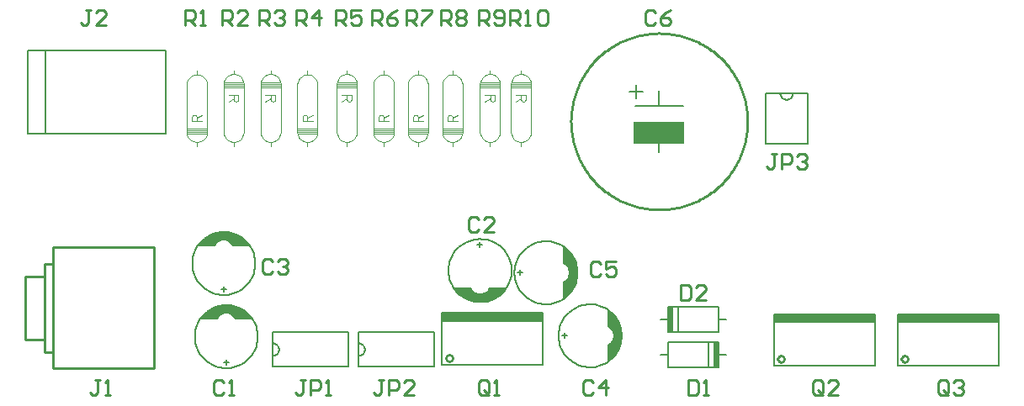
<source format=gto>
G04*
G04 #@! TF.GenerationSoftware,Altium Limited,Altium Designer,21.2.1 (34)*
G04*
G04 Layer_Color=65535*
%FSLAX44Y44*%
%MOMM*%
G71*
G04*
G04 #@! TF.SameCoordinates,7D1833F5-BA34-4ABF-A559-0A2A528DAE64*
G04*
G04*
G04 #@! TF.FilePolarity,Positive*
G04*
G01*
G75*
%ADD10C,0.2000*%
%ADD11C,0.1778*%
%ADD12C,0.1200*%
%ADD13C,0.2540*%
%ADD14C,0.1000*%
%ADD15C,0.2032*%
%ADD16R,5.0800X2.2860*%
%ADD17R,10.1346X0.9144*%
%ADD18R,0.5080X2.5400*%
G36*
X561340Y922020D02*
X578866D01*
X580136Y923798D01*
X581660Y925576D01*
X582930Y926592D01*
X584200Y927100D01*
X586740Y927608D01*
X589534D01*
X591566Y927100D01*
X592836Y926338D01*
X594106Y925322D01*
X595122Y924306D01*
X595884Y923290D01*
X596646Y922020D01*
X615188D01*
X613156Y924306D01*
X609854Y928116D01*
X605536Y931418D01*
X597154Y935228D01*
X591820Y936244D01*
X588010Y936392D01*
X580390Y935228D01*
X570992Y931672D01*
X564388Y926084D01*
X561340Y922020D01*
D02*
G37*
G36*
X558800Y995680D02*
X576326D01*
X577596Y997458D01*
X579120Y999236D01*
X580390Y1000252D01*
X581660Y1000760D01*
X584200Y1001268D01*
X586994D01*
X589026Y1000760D01*
X590296Y999998D01*
X591566Y998982D01*
X592582Y997966D01*
X593344Y996950D01*
X594106Y995680D01*
X612648D01*
X610616Y997966D01*
X607314Y1001776D01*
X602996Y1005078D01*
X594614Y1008888D01*
X589280Y1009904D01*
X585470Y1010052D01*
X577850Y1008888D01*
X568452Y1005332D01*
X561848Y999744D01*
X558800Y995680D01*
D02*
G37*
G36*
X869950Y953770D02*
X852424D01*
X851154Y951992D01*
X849630Y950214D01*
X848360Y949198D01*
X847090Y948690D01*
X844550Y948182D01*
X841756D01*
X839724Y948690D01*
X838454Y949452D01*
X837184Y950468D01*
X836168Y951484D01*
X835406Y952500D01*
X834644Y953770D01*
X816102D01*
X818134Y951484D01*
X821436Y947674D01*
X825754Y944372D01*
X834136Y940562D01*
X839470Y939546D01*
X843280Y939398D01*
X850900Y940562D01*
X860298Y944118D01*
X866902Y949706D01*
X869950Y953770D01*
D02*
G37*
G36*
X927100Y995680D02*
Y978154D01*
X928878Y976884D01*
X930656Y975360D01*
X931672Y974090D01*
X932180Y972820D01*
X932688Y970280D01*
Y967486D01*
X932180Y965454D01*
X931418Y964184D01*
X930402Y962914D01*
X929386Y961898D01*
X928370Y961136D01*
X927100Y960374D01*
Y941832D01*
X929386Y943864D01*
X933196Y947166D01*
X936498Y951484D01*
X940308Y959866D01*
X941324Y965200D01*
X941472Y969010D01*
X940308Y976630D01*
X936752Y986028D01*
X931164Y992632D01*
X927100Y995680D01*
D02*
G37*
G36*
X971550Y932180D02*
Y914654D01*
X973328Y913384D01*
X975106Y911860D01*
X976122Y910590D01*
X976630Y909320D01*
X977138Y906780D01*
Y903986D01*
X976630Y901954D01*
X975868Y900684D01*
X974852Y899414D01*
X973836Y898398D01*
X972820Y897636D01*
X971550Y896874D01*
Y878332D01*
X973836Y880364D01*
X977646Y883666D01*
X980948Y887984D01*
X984758Y896366D01*
X985774Y901700D01*
X985922Y905510D01*
X984758Y913130D01*
X981202Y922528D01*
X975614Y929132D01*
X971550Y932180D01*
D02*
G37*
D10*
X1145540Y1149350D02*
X1146023Y1146920D01*
X1147400Y1144860D01*
X1149460Y1143483D01*
X1151890Y1143000D01*
X1154320Y1143483D01*
X1156380Y1144860D01*
X1157757Y1146920D01*
X1158240Y1149350D01*
X635000Y885190D02*
X637430Y885673D01*
X639490Y887050D01*
X640867Y889110D01*
X641350Y891540D01*
X640867Y893970D01*
X639490Y896030D01*
X637430Y897407D01*
X635000Y897890D01*
X721360Y885190D02*
X723790Y885673D01*
X725850Y887050D01*
X727227Y889110D01*
X727710Y891540D01*
X727227Y893970D01*
X725850Y896030D01*
X723790Y897407D01*
X721360Y897890D01*
X1172740Y1098550D02*
Y1149350D01*
X1131040Y1098550D02*
X1172740D01*
X1131040D02*
Y1149350D01*
X1158240D01*
X1145540D02*
X1172740D01*
X999236Y1136650D02*
X1047750D01*
X1023620Y1090690D02*
Y1103630D01*
Y1136920D02*
Y1151890D01*
X635000Y908890D02*
X711200D01*
Y874190D02*
Y908890D01*
X635000Y874190D02*
X711200D01*
X635000D02*
Y897890D01*
Y885190D02*
Y908890D01*
X721360D02*
X797560D01*
Y874190D02*
Y908890D01*
X721360Y874190D02*
X797560D01*
X721360D02*
Y897890D01*
Y885190D02*
Y908890D01*
D11*
X619760Y904642D02*
X619660Y907165D01*
X619359Y909671D01*
X618861Y912146D01*
X618167Y914573D01*
X617282Y916938D01*
X616213Y919225D01*
X614965Y921419D01*
X613547Y923508D01*
X611967Y925477D01*
X610236Y927315D01*
X608365Y929009D01*
X606364Y930549D01*
X604248Y931926D01*
X602029Y933129D01*
X599721Y934153D01*
X597340Y934990D01*
X594899Y935636D01*
X592415Y936085D01*
X589903Y936336D01*
X587379Y936386D01*
X584859Y936235D01*
X582359Y935885D01*
X579894Y935337D01*
X577481Y934595D01*
X575135Y933664D01*
X572869Y932550D01*
X570700Y931258D01*
X568640Y929799D01*
X566703Y928180D01*
X564900Y926413D01*
X563243Y924508D01*
X561743Y922478D01*
X560409Y920334D01*
X559250Y918092D01*
X558272Y915764D01*
X557482Y913367D01*
X556886Y910914D01*
X556486Y908421D01*
X556285Y905904D01*
Y903380D01*
X556486Y900863D01*
X556886Y898371D01*
X557482Y895918D01*
X558272Y893520D01*
X559250Y891192D01*
X560409Y888950D01*
X561743Y886806D01*
X563243Y884776D01*
X564900Y882871D01*
X566703Y881104D01*
X568640Y879485D01*
X570700Y878026D01*
X572869Y876735D01*
X575135Y875620D01*
X577481Y874689D01*
X579894Y873947D01*
X582359Y873399D01*
X584859Y873049D01*
X587379Y872898D01*
X589903Y872949D01*
X592415Y873199D01*
X594899Y873649D01*
X597340Y874294D01*
X599721Y875131D01*
X602029Y876155D01*
X604248Y877359D01*
X606365Y878735D01*
X608365Y880275D01*
X610236Y881969D01*
X611968Y883807D01*
X613547Y885776D01*
X614965Y887865D01*
X616213Y890060D01*
X617282Y892346D01*
X618167Y894711D01*
X618861Y897138D01*
X619359Y899613D01*
X619660Y902120D01*
X619760Y904642D01*
X941472Y969010D02*
X941372Y971533D01*
X941071Y974039D01*
X940573Y976514D01*
X939879Y978941D01*
X938995Y981306D01*
X937925Y983593D01*
X936677Y985787D01*
X935259Y987876D01*
X933680Y989845D01*
X931948Y991683D01*
X930077Y993377D01*
X928076Y994917D01*
X925960Y996293D01*
X923741Y997497D01*
X921433Y998521D01*
X919052Y999358D01*
X916611Y1000004D01*
X914127Y1000453D01*
X911615Y1000704D01*
X909091Y1000754D01*
X906571Y1000603D01*
X904071Y1000253D01*
X901606Y999705D01*
X899193Y998963D01*
X896847Y998032D01*
X894582Y996917D01*
X892412Y995626D01*
X890352Y994167D01*
X888415Y992549D01*
X886612Y990781D01*
X884955Y988876D01*
X883455Y986846D01*
X882121Y984702D01*
X880962Y982460D01*
X879984Y980132D01*
X879194Y977735D01*
X878598Y975282D01*
X878198Y972789D01*
X877997Y970272D01*
Y967748D01*
X878198Y965231D01*
X878598Y962738D01*
X879194Y960285D01*
X879984Y957888D01*
X880962Y955560D01*
X882121Y953318D01*
X883455Y951174D01*
X884955Y949144D01*
X886612Y947239D01*
X888415Y945472D01*
X890352Y943853D01*
X892412Y942394D01*
X894582Y941103D01*
X896847Y939988D01*
X899193Y939057D01*
X901606Y938315D01*
X904071Y937767D01*
X906571Y937417D01*
X909091Y937266D01*
X911615Y937317D01*
X914127Y937567D01*
X916611Y938016D01*
X919052Y938662D01*
X921433Y939499D01*
X923741Y940523D01*
X925960Y941727D01*
X928077Y943103D01*
X930077Y944643D01*
X931948Y946337D01*
X933680Y948175D01*
X935259Y950144D01*
X936677Y952233D01*
X937925Y954427D01*
X938995Y956714D01*
X939879Y959079D01*
X940573Y961506D01*
X941071Y963981D01*
X941372Y966488D01*
X941472Y969010D01*
X875030Y971148D02*
X874930Y973671D01*
X874629Y976177D01*
X874130Y978652D01*
X873437Y981079D01*
X872552Y983444D01*
X871483Y985731D01*
X870235Y987925D01*
X868817Y990014D01*
X867237Y991983D01*
X865506Y993821D01*
X863635Y995515D01*
X861634Y997055D01*
X859518Y998431D01*
X857299Y999635D01*
X854991Y1000659D01*
X852610Y1001496D01*
X850169Y1002141D01*
X847685Y1002591D01*
X845173Y1002841D01*
X842649Y1002892D01*
X840129Y1002741D01*
X837629Y1002391D01*
X835164Y1001843D01*
X832751Y1001101D01*
X830405Y1000170D01*
X828139Y999055D01*
X825970Y997764D01*
X823910Y996305D01*
X821973Y994686D01*
X820170Y992919D01*
X818513Y991014D01*
X817013Y988984D01*
X815679Y986840D01*
X814520Y984598D01*
X813542Y982270D01*
X812752Y979872D01*
X812156Y977419D01*
X811756Y974927D01*
X811555Y972410D01*
Y969886D01*
X811756Y967369D01*
X812156Y964876D01*
X812752Y962423D01*
X813542Y960026D01*
X814520Y957698D01*
X815679Y955455D01*
X817013Y953312D01*
X818513Y951282D01*
X820170Y949377D01*
X821973Y947609D01*
X823910Y945991D01*
X825970Y944532D01*
X828139Y943241D01*
X830405Y942126D01*
X832751Y941195D01*
X835164Y940453D01*
X837629Y939905D01*
X840129Y939555D01*
X842649Y939404D01*
X845173Y939454D01*
X847685Y939705D01*
X850169Y940154D01*
X852610Y940800D01*
X854992Y941637D01*
X857299Y942661D01*
X859518Y943865D01*
X861635Y945241D01*
X863635Y946781D01*
X865506Y948475D01*
X867237Y950313D01*
X868817Y952282D01*
X870235Y954371D01*
X871483Y956565D01*
X872552Y958852D01*
X873437Y961217D01*
X874130Y963644D01*
X874629Y966119D01*
X874930Y968625D01*
X875030Y971148D01*
X985922Y905510D02*
X985822Y908033D01*
X985521Y910539D01*
X985023Y913014D01*
X984329Y915441D01*
X983445Y917806D01*
X982375Y920093D01*
X981127Y922287D01*
X979709Y924376D01*
X978130Y926345D01*
X976398Y928183D01*
X974527Y929877D01*
X972526Y931417D01*
X970410Y932794D01*
X968191Y933997D01*
X965883Y935021D01*
X963502Y935858D01*
X961061Y936504D01*
X958577Y936953D01*
X956065Y937204D01*
X953541Y937254D01*
X951021Y937103D01*
X948521Y936753D01*
X946056Y936205D01*
X943643Y935463D01*
X941297Y934532D01*
X939032Y933418D01*
X936862Y932126D01*
X934802Y930667D01*
X932865Y929048D01*
X931062Y927281D01*
X929405Y925376D01*
X927905Y923346D01*
X926571Y921202D01*
X925412Y918960D01*
X924434Y916632D01*
X923644Y914234D01*
X923048Y911781D01*
X922648Y909289D01*
X922447Y906772D01*
Y904248D01*
X922648Y901731D01*
X923048Y899239D01*
X923644Y896786D01*
X924434Y894388D01*
X925412Y892060D01*
X926571Y889818D01*
X927905Y887674D01*
X929405Y885644D01*
X931062Y883739D01*
X932865Y881972D01*
X934802Y880353D01*
X936862Y878894D01*
X939032Y877602D01*
X941297Y876488D01*
X943643Y875557D01*
X946056Y874815D01*
X948521Y874267D01*
X951021Y873917D01*
X953541Y873766D01*
X956065Y873817D01*
X958577Y874067D01*
X961061Y874516D01*
X963502Y875162D01*
X965883Y875999D01*
X968191Y877023D01*
X970410Y878227D01*
X972527Y879603D01*
X974527Y881143D01*
X976398Y882837D01*
X978130Y884675D01*
X979709Y886644D01*
X981127Y888733D01*
X982375Y890927D01*
X983445Y893214D01*
X984329Y895579D01*
X985023Y898006D01*
X985521Y900481D01*
X985822Y902988D01*
X985922Y905510D01*
X617220Y978302D02*
X617120Y980825D01*
X616819Y983331D01*
X616320Y985806D01*
X615627Y988233D01*
X614742Y990598D01*
X613673Y992885D01*
X612425Y995079D01*
X611007Y997168D01*
X609427Y999137D01*
X607696Y1000975D01*
X605825Y1002669D01*
X603824Y1004209D01*
X601708Y1005585D01*
X599489Y1006789D01*
X597181Y1007813D01*
X594800Y1008650D01*
X592359Y1009296D01*
X589875Y1009745D01*
X587363Y1009996D01*
X584839Y1010046D01*
X582319Y1009895D01*
X579819Y1009545D01*
X577354Y1008997D01*
X574941Y1008255D01*
X572595Y1007324D01*
X570330Y1006209D01*
X568160Y1004918D01*
X566100Y1003459D01*
X564163Y1001841D01*
X562360Y1000073D01*
X560703Y998168D01*
X559203Y996138D01*
X557869Y993995D01*
X556710Y991752D01*
X555732Y989425D01*
X554942Y987027D01*
X554346Y984574D01*
X553946Y982081D01*
X553745Y979564D01*
Y977040D01*
X553946Y974523D01*
X554346Y972031D01*
X554942Y969578D01*
X555732Y967180D01*
X556710Y964852D01*
X557869Y962610D01*
X559203Y960466D01*
X560703Y958436D01*
X562360Y956531D01*
X564163Y954764D01*
X566100Y953145D01*
X568160Y951686D01*
X570329Y950395D01*
X572595Y949280D01*
X574941Y948349D01*
X577354Y947607D01*
X579819Y947059D01*
X582319Y946709D01*
X584839Y946558D01*
X587363Y946609D01*
X589875Y946859D01*
X592359Y947309D01*
X594800Y947954D01*
X597182Y948791D01*
X599489Y949815D01*
X601708Y951019D01*
X603825Y952395D01*
X605825Y953935D01*
X607696Y955629D01*
X609427Y957467D01*
X611007Y959436D01*
X612425Y961525D01*
X613673Y963719D01*
X614743Y966006D01*
X615627Y968371D01*
X616320Y970798D01*
X616819Y973273D01*
X617120Y975780D01*
X617220Y978302D01*
X586740Y878840D02*
X589280D01*
X588010Y876300D02*
Y881380D01*
X589280Y878840D02*
X590550D01*
X585470D02*
X586740D01*
X883920Y967740D02*
Y970280D01*
X881380Y969010D02*
X886460D01*
X883920Y966470D02*
Y967740D01*
Y970280D02*
Y971550D01*
X906272Y922528D02*
X906526Y918972D01*
X805434Y876046D02*
X811276D01*
X805180Y876300D02*
X805434Y876046D01*
X805180Y876300D02*
Y928370D01*
X906526D01*
Y876300D02*
Y928370D01*
Y876300D02*
X906780Y876046D01*
X811276D02*
X906780D01*
X842010Y996950D02*
X844550D01*
X843280Y994410D02*
Y999490D01*
X840740Y996950D02*
X842010D01*
X844550D02*
X845820D01*
X928370Y904240D02*
Y906780D01*
X925830Y905510D02*
X930910D01*
X928370Y902970D02*
Y904240D01*
Y906780D02*
Y908050D01*
X1083310Y873760D02*
Y886460D01*
X1032510Y873760D02*
X1083310D01*
X1032510D02*
Y899160D01*
X1083310D01*
Y886460D02*
Y899160D01*
X1024890Y886460D02*
X1032510D01*
X1083310D02*
X1090930D01*
X1072896Y874522D02*
Y899160D01*
X1083310Y881126D02*
Y886460D01*
Y890524D01*
X1240282Y921549D02*
X1240536Y917993D01*
X1139444Y875067D02*
X1145286D01*
X1139190Y875321D02*
X1139444Y875067D01*
X1139190Y875321D02*
Y927391D01*
X1240536D01*
Y875321D02*
Y927391D01*
Y875321D02*
X1240790Y875067D01*
X1145286D02*
X1240790D01*
X1032510Y922020D02*
Y934720D01*
X1083310D01*
Y909320D02*
Y934720D01*
X1032510Y909320D02*
X1083310D01*
X1032510D02*
Y922020D01*
X1083310D02*
X1090930D01*
X1024890D02*
X1032510D01*
X1042924Y909320D02*
Y933958D01*
X1032510Y922020D02*
Y927354D01*
Y917956D02*
Y922020D01*
X1364742Y921549D02*
X1364996Y917993D01*
X1263904Y875067D02*
X1269746D01*
X1263650Y875321D02*
X1263904Y875067D01*
X1263650Y875321D02*
Y927391D01*
X1364996D01*
Y875321D02*
Y927391D01*
Y875321D02*
X1365250Y875067D01*
X1269746D02*
X1365250D01*
X584200Y952500D02*
X586740D01*
X585470Y949960D02*
Y955040D01*
X586740Y952500D02*
X588010D01*
X582930D02*
X584200D01*
X388341Y1108935D02*
Y1192755D01*
X526771Y1108935D02*
Y1192755D01*
X388341D02*
X526771D01*
X388341Y1108935D02*
X526771D01*
X406121D02*
Y1192755D01*
D12*
X568553Y1158670D02*
X568258Y1161101D01*
X567389Y1163392D01*
X565998Y1165407D01*
X564164Y1167031D01*
X561996Y1168170D01*
X559617Y1168756D01*
X557168D01*
X554790Y1168170D01*
X552621Y1167031D01*
X550788Y1165407D01*
X549397Y1163392D01*
X548528Y1161101D01*
X548233Y1158670D01*
Y1110664D02*
X548528Y1108233D01*
X549397Y1105942D01*
X550788Y1103927D01*
X552621Y1102302D01*
X554790Y1101164D01*
X557168Y1100578D01*
X559617D01*
X561996Y1101164D01*
X564164Y1102302D01*
X565998Y1103927D01*
X567389Y1105942D01*
X568258Y1108233D01*
X568553Y1110664D01*
X756515Y1158670D02*
X756220Y1161101D01*
X755351Y1163392D01*
X753960Y1165407D01*
X752126Y1167031D01*
X749958Y1168170D01*
X747579Y1168756D01*
X745130D01*
X742752Y1168170D01*
X740583Y1167031D01*
X738750Y1165407D01*
X737359Y1163392D01*
X736490Y1161101D01*
X736195Y1158670D01*
Y1110664D02*
X736490Y1108233D01*
X737359Y1105942D01*
X738750Y1103927D01*
X740583Y1102302D01*
X742752Y1101164D01*
X745130Y1100578D01*
X747579D01*
X749958Y1101164D01*
X752126Y1102302D01*
X753960Y1103927D01*
X755351Y1105942D01*
X756220Y1108233D01*
X756515Y1110664D01*
X622401Y1110918D02*
X622696Y1108487D01*
X623565Y1106196D01*
X624956Y1104181D01*
X626789Y1102557D01*
X628958Y1101418D01*
X631336Y1100832D01*
X633785D01*
X636164Y1101418D01*
X638332Y1102557D01*
X640166Y1104181D01*
X641557Y1106196D01*
X642426Y1108487D01*
X642721Y1110918D01*
Y1158924D02*
X642426Y1161355D01*
X641557Y1163646D01*
X640166Y1165661D01*
X638332Y1167286D01*
X636164Y1168424D01*
X633785Y1169010D01*
X631336D01*
X628958Y1168424D01*
X626789Y1167286D01*
X624956Y1165661D01*
X623565Y1163646D01*
X622696Y1161355D01*
X622401Y1158924D01*
X679805Y1158670D02*
X679510Y1161101D01*
X678641Y1163392D01*
X677250Y1165407D01*
X675416Y1167031D01*
X673248Y1168170D01*
X670869Y1168756D01*
X668420D01*
X666042Y1168170D01*
X663873Y1167031D01*
X662040Y1165407D01*
X660649Y1163392D01*
X659780Y1161101D01*
X659485Y1158670D01*
Y1110664D02*
X659780Y1108233D01*
X660649Y1105942D01*
X662040Y1103927D01*
X663873Y1102302D01*
X666042Y1101164D01*
X668420Y1100578D01*
X670869D01*
X673248Y1101164D01*
X675416Y1102302D01*
X677250Y1103927D01*
X678641Y1105942D01*
X679510Y1108233D01*
X679805Y1110664D01*
X699109Y1110918D02*
X699404Y1108487D01*
X700273Y1106196D01*
X701664Y1104181D01*
X703497Y1102557D01*
X705666Y1101418D01*
X708044Y1100832D01*
X710493D01*
X712872Y1101418D01*
X715040Y1102557D01*
X716874Y1104181D01*
X718265Y1106196D01*
X719134Y1108487D01*
X719429Y1110918D01*
Y1158924D02*
X719134Y1161355D01*
X718265Y1163646D01*
X716874Y1165661D01*
X715040Y1167286D01*
X712872Y1168424D01*
X710493Y1169010D01*
X708044D01*
X705666Y1168424D01*
X703497Y1167286D01*
X701664Y1165661D01*
X700273Y1163646D01*
X699404Y1161355D01*
X699109Y1158924D01*
X585319Y1110918D02*
X585614Y1108487D01*
X586483Y1106196D01*
X587874Y1104181D01*
X589707Y1102557D01*
X591876Y1101418D01*
X594254Y1100832D01*
X596703D01*
X599082Y1101418D01*
X601250Y1102557D01*
X603084Y1104181D01*
X604475Y1106196D01*
X605344Y1108487D01*
X605639Y1110918D01*
Y1158924D02*
X605344Y1161355D01*
X604475Y1163646D01*
X603084Y1165661D01*
X601250Y1167286D01*
X599082Y1168424D01*
X596703Y1169010D01*
X594254D01*
X591876Y1168424D01*
X589707Y1167286D01*
X587874Y1165661D01*
X586483Y1163646D01*
X585614Y1161355D01*
X585319Y1158924D01*
X825603Y1158670D02*
X825308Y1161101D01*
X824439Y1163392D01*
X823048Y1165407D01*
X821214Y1167031D01*
X819046Y1168170D01*
X816667Y1168756D01*
X814218D01*
X811840Y1168170D01*
X809671Y1167031D01*
X807838Y1165407D01*
X806447Y1163392D01*
X805578Y1161101D01*
X805283Y1158670D01*
Y1110664D02*
X805578Y1108233D01*
X806447Y1105942D01*
X807838Y1103927D01*
X809671Y1102302D01*
X811840Y1101164D01*
X814218Y1100578D01*
X816667D01*
X819046Y1101164D01*
X821214Y1102302D01*
X823048Y1103927D01*
X824439Y1105942D01*
X825308Y1108233D01*
X825603Y1110664D01*
X863600Y1158924D02*
X863305Y1161355D01*
X862436Y1163646D01*
X861045Y1165661D01*
X859212Y1167286D01*
X857043Y1168424D01*
X854665Y1169010D01*
X852215D01*
X849837Y1168424D01*
X847669Y1167286D01*
X845835Y1165661D01*
X844444Y1163646D01*
X843575Y1161355D01*
X843280Y1158924D01*
Y1110918D02*
X843575Y1108487D01*
X844444Y1106196D01*
X845835Y1104181D01*
X847669Y1102557D01*
X849837Y1101418D01*
X852215Y1100832D01*
X854665D01*
X857043Y1101418D01*
X859212Y1102557D01*
X861045Y1104181D01*
X862436Y1106196D01*
X863305Y1108487D01*
X863600Y1110918D01*
X874369D02*
X874664Y1108487D01*
X875533Y1106196D01*
X876924Y1104181D01*
X878757Y1102557D01*
X880926Y1101418D01*
X883304Y1100832D01*
X885753D01*
X888132Y1101418D01*
X890300Y1102557D01*
X892134Y1104181D01*
X893525Y1106196D01*
X894394Y1108487D01*
X894689Y1110918D01*
Y1158924D02*
X894394Y1161355D01*
X893525Y1163646D01*
X892134Y1165661D01*
X890300Y1167286D01*
X888132Y1168424D01*
X885753Y1169010D01*
X883304D01*
X880926Y1168424D01*
X878757Y1167286D01*
X876924Y1165661D01*
X875533Y1163646D01*
X874664Y1161355D01*
X874369Y1158924D01*
X791059Y1158670D02*
X790764Y1161101D01*
X789895Y1163392D01*
X788504Y1165407D01*
X786670Y1167031D01*
X784502Y1168170D01*
X782123Y1168756D01*
X779674D01*
X777296Y1168170D01*
X775127Y1167031D01*
X773294Y1165407D01*
X771903Y1163392D01*
X771034Y1161101D01*
X770739Y1158670D01*
Y1110664D02*
X771034Y1108233D01*
X771903Y1105942D01*
X773294Y1103927D01*
X775127Y1102302D01*
X777296Y1101164D01*
X779674Y1100578D01*
X782123D01*
X784502Y1101164D01*
X786670Y1102302D01*
X788504Y1103927D01*
X789895Y1105942D01*
X790764Y1108233D01*
X791059Y1110664D01*
X558393Y1168830D02*
Y1172767D01*
X548360Y1110664D02*
X568426D01*
X558393Y1096567D02*
Y1100504D01*
X548233Y1112442D02*
X568553D01*
X548614Y1108886D02*
X568172D01*
X548487Y1114220D02*
X568426D01*
Y1110664D02*
X568553Y1110791D01*
X548233D02*
X548360Y1110664D01*
X568553D02*
Y1158670D01*
X548233Y1109902D02*
Y1158670D01*
X746355Y1168830D02*
Y1172767D01*
X736322Y1110664D02*
X756388D01*
X746355Y1096567D02*
Y1100504D01*
X736195Y1112442D02*
X756515D01*
X736576Y1108886D02*
X756134D01*
X736449Y1114220D02*
X756388D01*
Y1110664D02*
X756515Y1110791D01*
X736195D02*
X736322Y1110664D01*
X756515D02*
Y1158670D01*
X736195Y1109902D02*
Y1158670D01*
X632561Y1096821D02*
Y1100758D01*
X622528Y1158924D02*
X642594D01*
X632561Y1169084D02*
Y1173021D01*
X622401Y1157146D02*
X642721D01*
X622782Y1160702D02*
X642340D01*
X622528Y1155368D02*
X642467D01*
X622401Y1158797D02*
X622528Y1158924D01*
X642594D02*
X642721Y1158797D01*
X622401Y1110918D02*
Y1158924D01*
X642721Y1110918D02*
Y1159686D01*
X669645Y1168830D02*
Y1172767D01*
X659612Y1110664D02*
X679678D01*
X669645Y1096567D02*
Y1100504D01*
X659485Y1112442D02*
X679805D01*
X659866Y1108886D02*
X679424D01*
X659739Y1114220D02*
X679678D01*
Y1110664D02*
X679805Y1110791D01*
X659485D02*
X659612Y1110664D01*
X679805D02*
Y1158670D01*
X659485Y1109902D02*
Y1158670D01*
X709269Y1096821D02*
Y1100758D01*
X699236Y1158924D02*
X719302D01*
X709269Y1169084D02*
Y1173021D01*
X699109Y1157146D02*
X719429D01*
X699490Y1160702D02*
X719048D01*
X699236Y1155368D02*
X719175D01*
X699109Y1158797D02*
X699236Y1158924D01*
X719302D02*
X719429Y1158797D01*
X699109Y1110918D02*
Y1158924D01*
X719429Y1110918D02*
Y1159686D01*
X595479Y1096821D02*
Y1100758D01*
X585446Y1158924D02*
X605512D01*
X595479Y1169084D02*
Y1173021D01*
X585319Y1157146D02*
X605639D01*
X585700Y1160702D02*
X605258D01*
X585446Y1155368D02*
X605385D01*
X585319Y1158797D02*
X585446Y1158924D01*
X605512D02*
X605639Y1158797D01*
X585319Y1110918D02*
Y1158924D01*
X605639Y1110918D02*
Y1159686D01*
X815443Y1168830D02*
Y1172767D01*
X805410Y1110664D02*
X825476D01*
X815443Y1096567D02*
Y1100504D01*
X805283Y1112442D02*
X825603D01*
X805664Y1108886D02*
X825222D01*
X805537Y1114220D02*
X825476D01*
Y1110664D02*
X825603Y1110791D01*
X805283D02*
X805410Y1110664D01*
X825603D02*
Y1158670D01*
X805283Y1109902D02*
Y1158670D01*
X863600Y1110918D02*
Y1159686D01*
X843280Y1110918D02*
Y1158924D01*
X863473D02*
X863600Y1158797D01*
X843280D02*
X843407Y1158924D01*
Y1155368D02*
X863346D01*
X843661Y1160702D02*
X863219D01*
X843280Y1157146D02*
X863600D01*
X853440Y1169084D02*
Y1173021D01*
X843407Y1158924D02*
X863473D01*
X853440Y1096821D02*
Y1100758D01*
X884529Y1096821D02*
Y1100758D01*
X874496Y1158924D02*
X894562D01*
X884529Y1169084D02*
Y1173021D01*
X874369Y1157146D02*
X894689D01*
X874750Y1160702D02*
X894308D01*
X874496Y1155368D02*
X894435D01*
X874369Y1158797D02*
X874496Y1158924D01*
X894562D02*
X894689Y1158797D01*
X874369Y1110918D02*
Y1158924D01*
X894689Y1110918D02*
Y1159686D01*
X780899Y1168830D02*
Y1172767D01*
X770866Y1110664D02*
X790932D01*
X780899Y1096567D02*
Y1100504D01*
X770739Y1112442D02*
X791059D01*
X771120Y1108886D02*
X790678D01*
X770993Y1114220D02*
X790932D01*
Y1110664D02*
X791059Y1110791D01*
X770739D02*
X770866Y1110664D01*
X791059D02*
Y1158670D01*
X770739Y1109902D02*
Y1158670D01*
D13*
X1112520Y1121410D02*
X1112484Y1123949D01*
X1112375Y1126485D01*
X1112194Y1129018D01*
X1111941Y1131544D01*
X1111615Y1134062D01*
X1111218Y1136569D01*
X1110749Y1139065D01*
X1110210Y1141546D01*
X1109599Y1144010D01*
X1108919Y1146456D01*
X1108169Y1148882D01*
X1107350Y1151285D01*
X1106463Y1153664D01*
X1105508Y1156016D01*
X1104486Y1158340D01*
X1103399Y1160635D01*
X1102246Y1162897D01*
X1101029Y1165125D01*
X1099749Y1167318D01*
X1098407Y1169473D01*
X1097004Y1171589D01*
X1095542Y1173664D01*
X1094020Y1175697D01*
X1092441Y1177685D01*
X1090806Y1179627D01*
X1089116Y1181522D01*
X1087373Y1183368D01*
X1085578Y1185163D01*
X1083732Y1186906D01*
X1081837Y1188596D01*
X1079895Y1190231D01*
X1077907Y1191810D01*
X1075874Y1193332D01*
X1073799Y1194794D01*
X1071683Y1196198D01*
X1069528Y1197539D01*
X1067335Y1198819D01*
X1065107Y1200036D01*
X1062844Y1201189D01*
X1060550Y1202276D01*
X1058226Y1203298D01*
X1055874Y1204253D01*
X1053495Y1205140D01*
X1051092Y1205959D01*
X1048666Y1206709D01*
X1046220Y1207389D01*
X1043756Y1208000D01*
X1041275Y1208539D01*
X1038780Y1209008D01*
X1036272Y1209405D01*
X1033754Y1209731D01*
X1031228Y1209984D01*
X1028695Y1210165D01*
X1026159Y1210274D01*
X1023620Y1210310D01*
X1021081Y1210274D01*
X1018545Y1210165D01*
X1016012Y1209984D01*
X1013486Y1209731D01*
X1010968Y1209405D01*
X1008461Y1209008D01*
X1005965Y1208539D01*
X1003485Y1208000D01*
X1001020Y1207389D01*
X998574Y1206709D01*
X996149Y1205959D01*
X993745Y1205140D01*
X991367Y1204253D01*
X989014Y1203298D01*
X986690Y1202276D01*
X984396Y1201189D01*
X982133Y1200036D01*
X979905Y1198819D01*
X977712Y1197540D01*
X975557Y1196198D01*
X973441Y1194795D01*
X971366Y1193332D01*
X969333Y1191810D01*
X967345Y1190231D01*
X965403Y1188596D01*
X963508Y1186906D01*
X961662Y1185163D01*
X959867Y1183368D01*
X958124Y1181522D01*
X956434Y1179627D01*
X954799Y1177685D01*
X953220Y1175697D01*
X951699Y1173664D01*
X950236Y1171589D01*
X948833Y1169473D01*
X947491Y1167318D01*
X946211Y1165125D01*
X944994Y1162897D01*
X943841Y1160635D01*
X942754Y1158341D01*
X941732Y1156016D01*
X940777Y1153664D01*
X939890Y1151285D01*
X939071Y1148882D01*
X938321Y1146456D01*
X937641Y1144010D01*
X937030Y1141546D01*
X936491Y1139065D01*
X936022Y1136570D01*
X935625Y1134062D01*
X935300Y1131544D01*
X935046Y1129018D01*
X934865Y1126485D01*
X934756Y1123949D01*
X934720Y1121410D01*
X934756Y1118871D01*
X934865Y1116335D01*
X935046Y1113802D01*
X935300Y1111276D01*
X935625Y1108758D01*
X936022Y1106251D01*
X936491Y1103755D01*
X937030Y1101274D01*
X937641Y1098810D01*
X938321Y1096364D01*
X939071Y1093938D01*
X939890Y1091535D01*
X940777Y1089156D01*
X941732Y1086804D01*
X942754Y1084480D01*
X943841Y1082185D01*
X944994Y1079923D01*
X946211Y1077695D01*
X947491Y1075502D01*
X948833Y1073347D01*
X950236Y1071231D01*
X951699Y1069156D01*
X953220Y1067123D01*
X954799Y1065135D01*
X956434Y1063193D01*
X958124Y1061298D01*
X959867Y1059452D01*
X961662Y1057657D01*
X963508Y1055914D01*
X965403Y1054224D01*
X967345Y1052589D01*
X969334Y1051010D01*
X971366Y1049488D01*
X973441Y1048025D01*
X975557Y1046622D01*
X977712Y1045281D01*
X979905Y1044001D01*
X982133Y1042784D01*
X984396Y1041631D01*
X986690Y1040544D01*
X989014Y1039522D01*
X991367Y1038567D01*
X993745Y1037680D01*
X996149Y1036861D01*
X998574Y1036111D01*
X1001020Y1035431D01*
X1003485Y1034820D01*
X1005966Y1034281D01*
X1008461Y1033812D01*
X1010968Y1033415D01*
X1013486Y1033090D01*
X1016013Y1032836D01*
X1018545Y1032655D01*
X1021081Y1032546D01*
X1023620Y1032510D01*
X1026159Y1032546D01*
X1028695Y1032655D01*
X1031228Y1032836D01*
X1033754Y1033090D01*
X1036272Y1033415D01*
X1038780Y1033812D01*
X1041275Y1034281D01*
X1043756Y1034820D01*
X1046220Y1035431D01*
X1048666Y1036111D01*
X1051092Y1036861D01*
X1053495Y1037680D01*
X1055873Y1038567D01*
X1058226Y1039522D01*
X1060550Y1040544D01*
X1062844Y1041631D01*
X1065107Y1042784D01*
X1067335Y1044001D01*
X1069528Y1045281D01*
X1071683Y1046622D01*
X1073799Y1048025D01*
X1075874Y1049488D01*
X1077906Y1051010D01*
X1079895Y1052589D01*
X1081837Y1054224D01*
X1083732Y1055913D01*
X1085577Y1057657D01*
X1087373Y1059452D01*
X1089116Y1061298D01*
X1090806Y1063193D01*
X1092441Y1065135D01*
X1094020Y1067123D01*
X1095541Y1069156D01*
X1097004Y1071231D01*
X1098407Y1073347D01*
X1099749Y1075502D01*
X1101029Y1077694D01*
X1102246Y1079923D01*
X1103399Y1082185D01*
X1104486Y1084479D01*
X1105508Y1086803D01*
X1106462Y1089156D01*
X1107350Y1091535D01*
X1108169Y1093938D01*
X1108919Y1096363D01*
X1109599Y1098809D01*
X1110210Y1101274D01*
X1110749Y1103755D01*
X1111218Y1106250D01*
X1111615Y1108757D01*
X1111940Y1111275D01*
X1112194Y1113802D01*
X1112375Y1116334D01*
X1112484Y1118871D01*
X1112520Y1121409D01*
X815579Y883158D02*
X814614Y885488D01*
X812284Y886452D01*
X809955Y885488D01*
X808990Y883158D01*
X809955Y880828D01*
X812284Y879864D01*
X814614Y880828D01*
X815579Y883158D01*
X1149589Y882179D02*
X1148624Y884509D01*
X1146294Y885474D01*
X1143965Y884509D01*
X1143000Y882179D01*
X1143965Y879850D01*
X1146294Y878885D01*
X1148624Y879850D01*
X1149589Y882179D01*
X1274049D02*
X1273084Y884509D01*
X1270754Y885474D01*
X1268425Y884509D01*
X1267460Y882179D01*
X1268425Y879850D01*
X1270754Y878885D01*
X1273084Y879850D01*
X1274049Y882179D01*
X412496Y977900D02*
X412750Y977646D01*
X405384Y977900D02*
X412496D01*
X405384Y889000D02*
X413004D01*
X405384D02*
Y977900D01*
X414274Y872490D02*
X515112D01*
X413258D02*
Y994664D01*
Y872490D02*
X515112D01*
Y994410D01*
X413258Y994664D02*
X515112D01*
Y872490D02*
Y994664D01*
X386080Y901700D02*
Y965200D01*
X386334D02*
X404876D01*
X405130Y965454D01*
X386080Y901700D02*
X405130D01*
X842010Y1217930D02*
Y1233165D01*
X849628D01*
X852167Y1230626D01*
Y1225547D01*
X849628Y1223008D01*
X842010D01*
X847088D02*
X852167Y1217930D01*
X857245Y1220469D02*
X859784Y1217930D01*
X864863D01*
X867402Y1220469D01*
Y1230626D01*
X864863Y1233165D01*
X859784D01*
X857245Y1230626D01*
Y1228087D01*
X859784Y1225547D01*
X867402D01*
X1019811Y1230626D02*
X1017272Y1233165D01*
X1012193D01*
X1009654Y1230626D01*
Y1220469D01*
X1012193Y1217930D01*
X1017272D01*
X1019811Y1220469D01*
X1035046Y1233165D02*
X1029967Y1230626D01*
X1024889Y1225547D01*
Y1220469D01*
X1027428Y1217930D01*
X1032507D01*
X1035046Y1220469D01*
Y1223008D01*
X1032507Y1225547D01*
X1024889D01*
X621030Y1217930D02*
Y1233165D01*
X628647D01*
X631187Y1230626D01*
Y1225547D01*
X628647Y1223008D01*
X621030D01*
X626108D02*
X631187Y1217930D01*
X636265Y1230626D02*
X638804Y1233165D01*
X643883D01*
X646422Y1230626D01*
Y1228087D01*
X643883Y1225547D01*
X641343D01*
X643883D01*
X646422Y1223008D01*
Y1220469D01*
X643883Y1217930D01*
X638804D01*
X636265Y1220469D01*
X872998Y1217930D02*
Y1233165D01*
X880615D01*
X883155Y1230626D01*
Y1225547D01*
X880615Y1223008D01*
X872998D01*
X878076D02*
X883155Y1217930D01*
X888233D02*
X893311D01*
X890772D01*
Y1233165D01*
X888233Y1230626D01*
X900929D02*
X903468Y1233165D01*
X908547D01*
X911086Y1230626D01*
Y1220469D01*
X908547Y1217930D01*
X903468D01*
X900929Y1220469D01*
Y1230626D01*
X803910Y1217930D02*
Y1233165D01*
X811527D01*
X814067Y1230626D01*
Y1225547D01*
X811527Y1223008D01*
X803910D01*
X808988D02*
X814067Y1217930D01*
X819145Y1230626D02*
X821684Y1233165D01*
X826763D01*
X829302Y1230626D01*
Y1228087D01*
X826763Y1225547D01*
X829302Y1223008D01*
Y1220469D01*
X826763Y1217930D01*
X821684D01*
X819145Y1220469D01*
Y1223008D01*
X821684Y1225547D01*
X819145Y1228087D01*
Y1230626D01*
X821684Y1225547D02*
X826763D01*
X769366Y1217930D02*
Y1233165D01*
X776983D01*
X779523Y1230626D01*
Y1225547D01*
X776983Y1223008D01*
X769366D01*
X774444D02*
X779523Y1217930D01*
X784601Y1233165D02*
X794758D01*
Y1230626D01*
X784601Y1220469D01*
Y1217930D01*
X734822D02*
Y1233165D01*
X742439D01*
X744979Y1230626D01*
Y1225547D01*
X742439Y1223008D01*
X734822D01*
X739900D02*
X744979Y1217930D01*
X760214Y1233165D02*
X755135Y1230626D01*
X750057Y1225547D01*
Y1220469D01*
X752596Y1217930D01*
X757675D01*
X760214Y1220469D01*
Y1223008D01*
X757675Y1225547D01*
X750057D01*
X697738Y1217930D02*
Y1233165D01*
X705356D01*
X707895Y1230626D01*
Y1225547D01*
X705356Y1223008D01*
X697738D01*
X702816D02*
X707895Y1217930D01*
X723130Y1233165D02*
X712973D01*
Y1225547D01*
X718051Y1228087D01*
X720591D01*
X723130Y1225547D01*
Y1220469D01*
X720591Y1217930D01*
X715512D01*
X712973Y1220469D01*
X658114Y1217930D02*
Y1233165D01*
X665732D01*
X668271Y1230626D01*
Y1225547D01*
X665732Y1223008D01*
X658114D01*
X663192D02*
X668271Y1217930D01*
X680967D02*
Y1233165D01*
X673349Y1225547D01*
X683506D01*
X583946Y1217930D02*
Y1233165D01*
X591563D01*
X594103Y1230626D01*
Y1225547D01*
X591563Y1223008D01*
X583946D01*
X589024D02*
X594103Y1217930D01*
X609338D02*
X599181D01*
X609338Y1228087D01*
Y1230626D01*
X606799Y1233165D01*
X601720D01*
X599181Y1230626D01*
X546862Y1217930D02*
Y1233165D01*
X554479D01*
X557019Y1230626D01*
Y1225547D01*
X554479Y1223008D01*
X546862D01*
X551940D02*
X557019Y1217930D01*
X562097D02*
X567175D01*
X564636D01*
Y1233165D01*
X562097Y1230626D01*
X1314451Y848362D02*
Y858518D01*
X1311912Y861058D01*
X1306833D01*
X1304294Y858518D01*
Y848362D01*
X1306833Y845823D01*
X1311912D01*
X1309373Y850901D02*
X1314451Y845823D01*
X1311912D02*
X1314451Y848362D01*
X1319529Y858518D02*
X1322068Y861058D01*
X1327147D01*
X1329686Y858518D01*
Y855979D01*
X1327147Y853440D01*
X1324608D01*
X1327147D01*
X1329686Y850901D01*
Y848362D01*
X1327147Y845823D01*
X1322068D01*
X1319529Y848362D01*
X1188721D02*
Y858518D01*
X1186182Y861058D01*
X1181103D01*
X1178564Y858518D01*
Y848362D01*
X1181103Y845823D01*
X1186182D01*
X1183643Y850901D02*
X1188721Y845823D01*
X1186182D02*
X1188721Y848362D01*
X1203956Y845823D02*
X1193799D01*
X1203956Y855979D01*
Y858518D01*
X1201417Y861058D01*
X1196338D01*
X1193799Y858518D01*
X852170Y848362D02*
Y858518D01*
X849631Y861058D01*
X844553D01*
X842013Y858518D01*
Y848362D01*
X844553Y845823D01*
X849631D01*
X847092Y850901D02*
X852170Y845823D01*
X849631D02*
X852170Y848362D01*
X857248Y845823D02*
X862327D01*
X859788D01*
Y861058D01*
X857248Y858518D01*
X1141733Y1088388D02*
X1136655D01*
X1139194D01*
Y1075692D01*
X1136655Y1073152D01*
X1134116D01*
X1131577Y1075692D01*
X1146812Y1073152D02*
Y1088388D01*
X1154429D01*
X1156968Y1085848D01*
Y1080770D01*
X1154429Y1078231D01*
X1146812D01*
X1162047Y1085848D02*
X1164586Y1088388D01*
X1169664D01*
X1172203Y1085848D01*
Y1083309D01*
X1169664Y1080770D01*
X1167125D01*
X1169664D01*
X1172203Y1078231D01*
Y1075692D01*
X1169664Y1073152D01*
X1164586D01*
X1162047Y1075692D01*
X746763Y861058D02*
X741685D01*
X744224D01*
Y848362D01*
X741685Y845823D01*
X739146D01*
X736607Y848362D01*
X751842Y845823D02*
Y861058D01*
X759459D01*
X761998Y858518D01*
Y853440D01*
X759459Y850901D01*
X751842D01*
X777233Y845823D02*
X767077D01*
X777233Y855979D01*
Y858518D01*
X774694Y861058D01*
X769616D01*
X767077Y858518D01*
X668023Y861058D02*
X662944D01*
X665483D01*
Y848362D01*
X662944Y845823D01*
X660405D01*
X657866Y848362D01*
X673101Y845823D02*
Y861058D01*
X680718D01*
X683258Y858518D01*
Y853440D01*
X680718Y850901D01*
X673101D01*
X688336Y845823D02*
X693414D01*
X690875D01*
Y861058D01*
X688336Y858518D01*
X452121Y1233165D02*
X447043D01*
X449582D01*
Y1220469D01*
X447043Y1217930D01*
X444503D01*
X441964Y1220469D01*
X467356Y1217930D02*
X457199D01*
X467356Y1228087D01*
Y1230626D01*
X464817Y1233165D01*
X459738D01*
X457199Y1230626D01*
X461010Y861058D02*
X455932D01*
X458471D01*
Y848362D01*
X455932Y845823D01*
X453392D01*
X450853Y848362D01*
X466088Y845823D02*
X471167D01*
X468628D01*
Y861058D01*
X466088Y858518D01*
X1045214Y956308D02*
Y941072D01*
X1052832D01*
X1055371Y943612D01*
Y953768D01*
X1052832Y956308D01*
X1045214D01*
X1070606Y941072D02*
X1060449D01*
X1070606Y951229D01*
Y953768D01*
X1068067Y956308D01*
X1062988D01*
X1060449Y953768D01*
X1052833Y861058D02*
Y845823D01*
X1060451D01*
X1062990Y848362D01*
Y858518D01*
X1060451Y861058D01*
X1052833D01*
X1068068Y845823D02*
X1073147D01*
X1070608D01*
Y861058D01*
X1068068Y858518D01*
X965201Y977898D02*
X962662Y980437D01*
X957583D01*
X955044Y977898D01*
Y967742D01*
X957583Y965202D01*
X962662D01*
X965201Y967742D01*
X980436Y980437D02*
X970279D01*
Y972820D01*
X975358Y975359D01*
X977897D01*
X980436Y972820D01*
Y967742D01*
X977897Y965202D01*
X972818D01*
X970279Y967742D01*
X957581Y858518D02*
X955042Y861058D01*
X949963D01*
X947424Y858518D01*
Y848362D01*
X949963Y845823D01*
X955042D01*
X957581Y848362D01*
X970277Y845823D02*
Y861058D01*
X962659Y853440D01*
X972816D01*
X635001Y980438D02*
X632462Y982978D01*
X627383D01*
X624844Y980438D01*
Y970282D01*
X627383Y967742D01*
X632462D01*
X635001Y970282D01*
X640079Y980438D02*
X642618Y982978D01*
X647697D01*
X650236Y980438D01*
Y977899D01*
X647697Y975360D01*
X645157D01*
X647697D01*
X650236Y972821D01*
Y970282D01*
X647697Y967742D01*
X642618D01*
X640079Y970282D01*
X842011Y1022348D02*
X839472Y1024887D01*
X834393D01*
X831854Y1022348D01*
Y1012192D01*
X834393Y1009652D01*
X839472D01*
X842011Y1012192D01*
X857246Y1009652D02*
X847089D01*
X857246Y1019809D01*
Y1022348D01*
X854707Y1024887D01*
X849628D01*
X847089Y1022348D01*
X585470Y858518D02*
X582931Y861058D01*
X577853D01*
X575313Y858518D01*
Y848362D01*
X577853Y845823D01*
X582931D01*
X585470Y848362D01*
X590548Y845823D02*
X595627D01*
X593088D01*
Y861058D01*
X590548Y858518D01*
D14*
X553602Y1121459D02*
X563600D01*
X553602D02*
Y1125744D01*
X554078Y1127172D01*
X554554Y1127648D01*
X555506Y1128124D01*
X556459D01*
X557411Y1127648D01*
X557887Y1127172D01*
X558363Y1125744D01*
Y1121459D01*
Y1124792D02*
X563600Y1128124D01*
X741564Y1121459D02*
X751562D01*
X741564D02*
Y1125744D01*
X742040Y1127172D01*
X742516Y1127648D01*
X743468Y1128124D01*
X744420D01*
X745373Y1127648D01*
X745849Y1127172D01*
X746325Y1125744D01*
Y1121459D01*
Y1124792D02*
X751562Y1128124D01*
X637352Y1148129D02*
X627354D01*
X637352D02*
Y1143844D01*
X636876Y1142416D01*
X636399Y1141940D01*
X635447Y1141464D01*
X634495D01*
X633543Y1141940D01*
X633067Y1142416D01*
X632591Y1143844D01*
Y1148129D01*
Y1144796D02*
X627354Y1141464D01*
X664854Y1121459D02*
X674852D01*
X664854D02*
Y1125744D01*
X665330Y1127172D01*
X665806Y1127648D01*
X666758Y1128124D01*
X667710D01*
X668663Y1127648D01*
X669139Y1127172D01*
X669615Y1125744D01*
Y1121459D01*
Y1124792D02*
X674852Y1128124D01*
X714060Y1148129D02*
X704062D01*
X714060D02*
Y1143844D01*
X713584Y1142416D01*
X713108Y1141940D01*
X712155Y1141464D01*
X711203D01*
X710251Y1141940D01*
X709775Y1142416D01*
X709299Y1143844D01*
Y1148129D01*
Y1144796D02*
X704062Y1141464D01*
X600270Y1148129D02*
X590272D01*
X600270D02*
Y1143844D01*
X599794Y1142416D01*
X599318Y1141940D01*
X598365Y1141464D01*
X597413D01*
X596461Y1141940D01*
X595985Y1142416D01*
X595509Y1143844D01*
Y1148129D01*
Y1144796D02*
X590272Y1141464D01*
X810652Y1121459D02*
X820650D01*
X810652D02*
Y1125744D01*
X811128Y1127172D01*
X811604Y1127648D01*
X812556Y1128124D01*
X813509D01*
X814461Y1127648D01*
X814937Y1127172D01*
X815413Y1125744D01*
Y1121459D01*
Y1124792D02*
X820650Y1128124D01*
X858231Y1148129D02*
X848233D01*
X858231D02*
Y1143844D01*
X857755Y1142416D01*
X857279Y1141940D01*
X856327Y1141464D01*
X855374D01*
X854422Y1141940D01*
X853946Y1142416D01*
X853470Y1143844D01*
Y1148129D01*
Y1144796D02*
X848233Y1141464D01*
X889320Y1148129D02*
X879322D01*
X889320D02*
Y1143844D01*
X888844Y1142416D01*
X888367Y1141940D01*
X887415Y1141464D01*
X886463D01*
X885511Y1141940D01*
X885035Y1142416D01*
X884559Y1143844D01*
Y1148129D01*
Y1144796D02*
X879322Y1141464D01*
X776108Y1121459D02*
X786106D01*
X776108D02*
Y1125744D01*
X776584Y1127172D01*
X777060Y1127648D01*
X778012Y1128124D01*
X778964D01*
X779917Y1127648D01*
X780393Y1127172D01*
X780869Y1125744D01*
Y1121459D01*
Y1124792D02*
X786106Y1128124D01*
D15*
X1000763Y1144270D02*
Y1157812D01*
X993992Y1151041D02*
X1007534D01*
D16*
X1023620Y1109980D02*
D03*
D17*
X856107Y923798D02*
D03*
X1190117Y922819D02*
D03*
X1314577D02*
D03*
D18*
X1080770Y886460D02*
D03*
X1035050Y922020D02*
D03*
M02*

</source>
